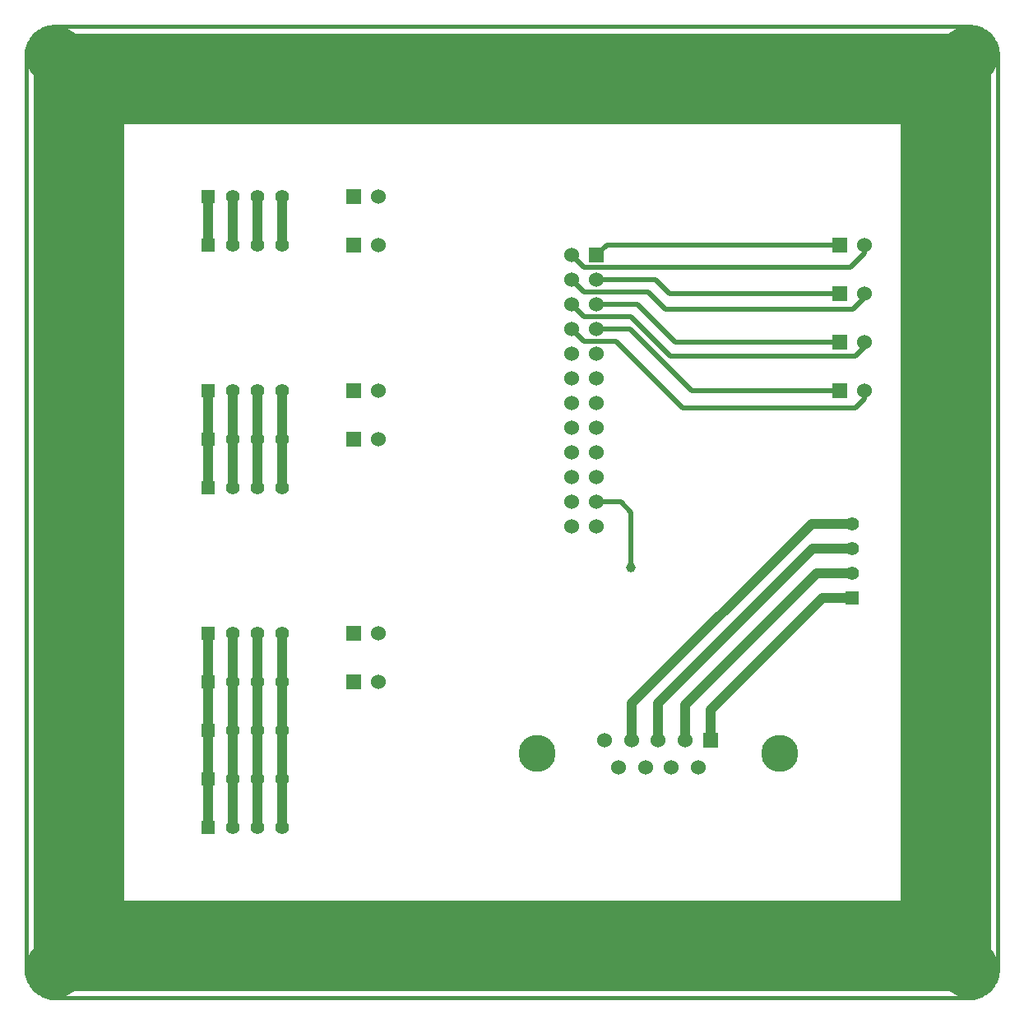
<source format=gtl>
G04 (created by PCBNEW-RS274X (2011-05-25)-stable) date Mon 09 Jul 2012 09:12:41 PM CEST*
G01*
G70*
G90*
%MOIN*%
G04 Gerber Fmt 3.4, Leading zero omitted, Abs format*
%FSLAX34Y34*%
G04 APERTURE LIST*
%ADD10C,0.006000*%
%ADD11C,0.015000*%
%ADD12R,0.055000X0.055000*%
%ADD13C,0.055000*%
%ADD14R,0.060000X0.060000*%
%ADD15C,0.060000*%
%ADD16C,0.150000*%
%ADD17C,0.236200*%
%ADD18C,0.039400*%
%ADD19C,0.019700*%
%ADD20C,0.039400*%
%ADD21C,0.010000*%
G04 APERTURE END LIST*
G54D10*
G54D11*
X19685Y-20866D02*
X19685Y-57874D01*
X57874Y-19685D02*
X20866Y-19685D01*
X59055Y-57874D02*
X59055Y-20866D01*
X20866Y-59055D02*
X57874Y-59055D01*
X19685Y-57874D02*
X19690Y-57976D01*
X19703Y-58079D01*
X19726Y-58179D01*
X19757Y-58277D01*
X19796Y-58373D01*
X19844Y-58464D01*
X19899Y-58551D01*
X19962Y-58633D01*
X20031Y-58709D01*
X20107Y-58778D01*
X20189Y-58841D01*
X20276Y-58896D01*
X20367Y-58944D01*
X20463Y-58983D01*
X20561Y-59014D01*
X20661Y-59037D01*
X20764Y-59050D01*
X20866Y-59055D01*
X20866Y-19685D02*
X20764Y-19690D01*
X20661Y-19703D01*
X20561Y-19726D01*
X20463Y-19757D01*
X20367Y-19796D01*
X20276Y-19844D01*
X20189Y-19899D01*
X20107Y-19962D01*
X20031Y-20031D01*
X19962Y-20107D01*
X19899Y-20189D01*
X19844Y-20276D01*
X19796Y-20367D01*
X19757Y-20463D01*
X19726Y-20561D01*
X19703Y-20661D01*
X19690Y-20764D01*
X19685Y-20866D01*
X59055Y-20866D02*
X59050Y-20764D01*
X59037Y-20661D01*
X59014Y-20561D01*
X58983Y-20463D01*
X58944Y-20367D01*
X58896Y-20276D01*
X58841Y-20189D01*
X58778Y-20107D01*
X58709Y-20031D01*
X58633Y-19962D01*
X58551Y-19899D01*
X58464Y-19844D01*
X58373Y-19796D01*
X58277Y-19757D01*
X58179Y-19726D01*
X58079Y-19703D01*
X57976Y-19690D01*
X57874Y-19685D01*
X57874Y-59055D02*
X57976Y-59050D01*
X58079Y-59037D01*
X58179Y-59014D01*
X58277Y-58983D01*
X58373Y-58944D01*
X58464Y-58896D01*
X58551Y-58841D01*
X58633Y-58778D01*
X58709Y-58709D01*
X58778Y-58633D01*
X58841Y-58551D01*
X58896Y-58464D01*
X58944Y-58373D01*
X58983Y-58277D01*
X59014Y-58179D01*
X59037Y-58079D01*
X59050Y-57976D01*
X59055Y-57874D01*
G54D12*
X27043Y-28543D03*
G54D13*
X28043Y-28543D03*
X29043Y-28543D03*
X30043Y-28543D03*
G54D12*
X27043Y-36417D03*
G54D13*
X28043Y-36417D03*
X29043Y-36417D03*
X30043Y-36417D03*
G54D12*
X27043Y-52166D03*
G54D13*
X28043Y-52166D03*
X29043Y-52166D03*
X30043Y-52166D03*
G54D12*
X27043Y-34448D03*
G54D13*
X28043Y-34448D03*
X29043Y-34448D03*
X30043Y-34448D03*
G54D12*
X27043Y-38385D03*
G54D13*
X28043Y-38385D03*
X29043Y-38385D03*
X30043Y-38385D03*
G54D12*
X27043Y-50198D03*
G54D13*
X28043Y-50198D03*
X29043Y-50198D03*
X30043Y-50198D03*
G54D12*
X27043Y-46261D03*
G54D13*
X28043Y-46261D03*
X29043Y-46261D03*
X30043Y-46261D03*
G54D12*
X27043Y-44292D03*
G54D13*
X28043Y-44292D03*
X29043Y-44292D03*
X30043Y-44292D03*
G54D12*
X27043Y-48229D03*
G54D13*
X28043Y-48229D03*
X29043Y-48229D03*
X30043Y-48229D03*
G54D12*
X27043Y-26575D03*
G54D13*
X28043Y-26575D03*
X29043Y-26575D03*
X30043Y-26575D03*
G54D14*
X32965Y-46260D03*
G54D15*
X33965Y-46260D03*
G54D14*
X32965Y-34449D03*
G54D15*
X33965Y-34449D03*
G54D14*
X52650Y-34449D03*
G54D15*
X53650Y-34449D03*
G54D14*
X32965Y-36417D03*
G54D15*
X33965Y-36417D03*
G54D14*
X32965Y-44291D03*
G54D15*
X33965Y-44291D03*
G54D14*
X52650Y-32480D03*
G54D15*
X53650Y-32480D03*
G54D14*
X52650Y-30512D03*
G54D15*
X53650Y-30512D03*
G54D14*
X52650Y-28543D03*
G54D15*
X53650Y-28543D03*
G54D14*
X32964Y-28543D03*
G54D15*
X33964Y-28543D03*
G54D14*
X32964Y-26575D03*
G54D15*
X33964Y-26575D03*
G54D14*
X42800Y-28950D03*
G54D15*
X41800Y-28950D03*
X42800Y-29950D03*
X41800Y-29950D03*
X42800Y-30950D03*
X41800Y-30950D03*
X42800Y-31950D03*
X41800Y-31950D03*
X42800Y-32950D03*
X41800Y-32950D03*
X42800Y-33950D03*
X41800Y-33950D03*
X42800Y-34950D03*
X41800Y-34950D03*
X42800Y-35950D03*
X41800Y-35950D03*
X42800Y-36950D03*
X41800Y-36950D03*
X42800Y-37950D03*
X41800Y-37950D03*
X42800Y-38950D03*
X41800Y-38950D03*
X42800Y-39950D03*
X41800Y-39950D03*
G54D16*
X40376Y-49163D03*
X50226Y-49163D03*
G54D14*
X47426Y-48613D03*
G54D15*
X46376Y-48613D03*
X45276Y-48613D03*
X44226Y-48613D03*
X43126Y-48613D03*
X46926Y-49713D03*
X45826Y-49713D03*
X44776Y-49713D03*
X43676Y-49713D03*
G54D12*
X53150Y-42839D03*
G54D13*
X53150Y-41839D03*
X53150Y-40839D03*
X53150Y-39839D03*
G54D17*
X57874Y-20866D03*
X57874Y-57874D03*
X20866Y-57874D03*
X20866Y-20866D03*
G54D18*
X44193Y-41634D03*
G54D19*
X43773Y-38950D02*
X42800Y-38950D01*
X44193Y-39370D02*
X43773Y-38950D01*
X44193Y-41634D02*
X44193Y-39370D01*
G54D20*
X29043Y-34448D02*
X29043Y-36417D01*
X29043Y-36417D02*
X29043Y-38385D01*
X28043Y-38385D02*
X28043Y-36417D01*
X28043Y-36417D02*
X28043Y-34448D01*
X27043Y-34448D02*
X27043Y-36417D01*
X27043Y-36417D02*
X27043Y-38385D01*
X29043Y-44292D02*
X29043Y-46261D01*
X29043Y-46261D02*
X29043Y-48229D01*
X29043Y-48229D02*
X29043Y-50198D01*
X29043Y-50198D02*
X29043Y-52166D01*
X27043Y-44292D02*
X27043Y-46261D01*
X27043Y-46261D02*
X27043Y-48229D01*
X27043Y-48229D02*
X27043Y-50198D01*
X27043Y-50198D02*
X27043Y-52166D01*
X30043Y-28543D02*
X30043Y-26575D01*
X29043Y-26575D02*
X29043Y-28543D01*
X28043Y-26575D02*
X28043Y-28543D01*
X47426Y-48613D02*
X47426Y-47374D01*
X51961Y-42839D02*
X53150Y-42839D01*
X47426Y-47374D02*
X51961Y-42839D01*
X46376Y-48613D02*
X46376Y-47174D01*
X51711Y-41839D02*
X53150Y-41839D01*
X46376Y-47174D02*
X51711Y-41839D01*
X45276Y-48613D02*
X45276Y-47124D01*
X51561Y-40839D02*
X53150Y-40839D01*
X45276Y-47124D02*
X51561Y-40839D01*
X44226Y-48613D02*
X44226Y-47124D01*
X51511Y-39839D02*
X53150Y-39839D01*
X44226Y-47124D02*
X51511Y-39839D01*
X27043Y-26575D02*
X27043Y-28543D01*
X30043Y-44292D02*
X30043Y-46261D01*
X30043Y-52166D02*
X30043Y-50198D01*
X30043Y-50198D02*
X30043Y-48229D01*
X30043Y-48229D02*
X30043Y-46261D01*
X28043Y-52166D02*
X28043Y-50198D01*
X28043Y-50198D02*
X28043Y-48229D01*
X28043Y-48229D02*
X28043Y-46261D01*
X28043Y-46261D02*
X28043Y-44292D01*
X30043Y-38385D02*
X30043Y-36207D01*
X30043Y-36207D02*
X30043Y-36417D01*
X30043Y-36417D02*
X30043Y-34448D01*
G54D19*
X52650Y-28543D02*
X43207Y-28543D01*
X43207Y-28543D02*
X42800Y-28950D01*
X53650Y-28543D02*
X53650Y-28900D01*
X42300Y-29450D02*
X41800Y-28950D01*
X53100Y-29450D02*
X42300Y-29450D01*
X53650Y-28900D02*
X53100Y-29450D01*
X42800Y-30950D02*
X44450Y-30950D01*
X45980Y-32480D02*
X52650Y-32480D01*
X44450Y-30950D02*
X45980Y-32480D01*
X53650Y-32480D02*
X53650Y-32700D01*
X42300Y-31450D02*
X41800Y-30950D01*
X44200Y-31450D02*
X42300Y-31450D01*
X45800Y-33050D02*
X44200Y-31450D01*
X53300Y-33050D02*
X45800Y-33050D01*
X53650Y-32700D02*
X53300Y-33050D01*
X52650Y-30512D02*
X45762Y-30512D01*
X45200Y-29950D02*
X42800Y-29950D01*
X45762Y-30512D02*
X45200Y-29950D01*
X53650Y-30512D02*
X53650Y-30700D01*
X42300Y-30450D02*
X41800Y-29950D01*
X44900Y-30450D02*
X42300Y-30450D01*
X45600Y-31150D02*
X44900Y-30450D01*
X53200Y-31150D02*
X45600Y-31150D01*
X53650Y-30700D02*
X53200Y-31150D01*
X42800Y-31950D02*
X44150Y-31950D01*
X46649Y-34449D02*
X52650Y-34449D01*
X44150Y-31950D02*
X46649Y-34449D01*
X53650Y-34449D02*
X53650Y-34800D01*
X42300Y-32450D02*
X41800Y-31950D01*
X43600Y-32450D02*
X42300Y-32450D01*
X46300Y-35150D02*
X43600Y-32450D01*
X53300Y-35150D02*
X46300Y-35150D01*
X53650Y-34800D02*
X53300Y-35150D01*
G54D10*
G36*
X58730Y-57841D02*
X58658Y-58200D01*
X58475Y-58473D01*
X58199Y-58658D01*
X57840Y-58730D01*
X55168Y-58730D01*
X55168Y-55168D01*
X55168Y-23572D01*
X23572Y-23572D01*
X23572Y-55168D01*
X55168Y-55168D01*
X55168Y-58730D01*
X20898Y-58730D01*
X20539Y-58658D01*
X20266Y-58475D01*
X20081Y-58199D01*
X20010Y-57840D01*
X20010Y-20899D01*
X20081Y-20540D01*
X20266Y-20264D01*
X20539Y-20081D01*
X20898Y-20010D01*
X57840Y-20010D01*
X58199Y-20081D01*
X58475Y-20266D01*
X58658Y-20539D01*
X58730Y-20898D01*
X58730Y-57841D01*
X58730Y-57841D01*
G37*
G54D21*
X58730Y-57841D02*
X58658Y-58200D01*
X58475Y-58473D01*
X58199Y-58658D01*
X57840Y-58730D01*
X55168Y-58730D01*
X55168Y-55168D01*
X55168Y-23572D01*
X23572Y-23572D01*
X23572Y-55168D01*
X55168Y-55168D01*
X55168Y-58730D01*
X20898Y-58730D01*
X20539Y-58658D01*
X20266Y-58475D01*
X20081Y-58199D01*
X20010Y-57840D01*
X20010Y-20899D01*
X20081Y-20540D01*
X20266Y-20264D01*
X20539Y-20081D01*
X20898Y-20010D01*
X57840Y-20010D01*
X58199Y-20081D01*
X58475Y-20266D01*
X58658Y-20539D01*
X58730Y-20898D01*
X58730Y-57841D01*
M02*

</source>
